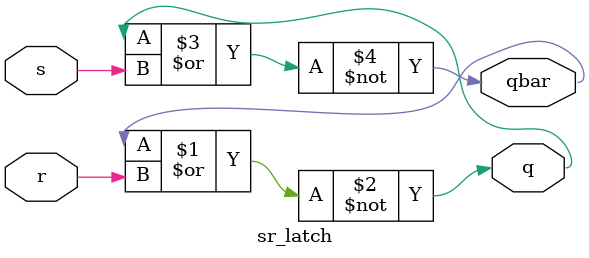
<source format=v>
module sr_latch(output q, qbar, input s, r); 
nor n1(q, qbar, r); 
nor n2(qbar, q, s); 
endmodule 
/*DATAFLOW MODELLING 
module sr_latch(output q, qbar, input s, r); 
assign q = ~(qbar|r); 
assign qbar = ~(q|s); 
endmodule 
BEHAVIOURAL MODELLING 
module sr_latch(output reg q, qbar, input s, r); 
reg x, y; 
always@(s, r, x, y) begin 
x = q; 
y = qbar; 
q = ~(y|r); 
qbar = ~(s|x); 
end 
endmodule */

</source>
